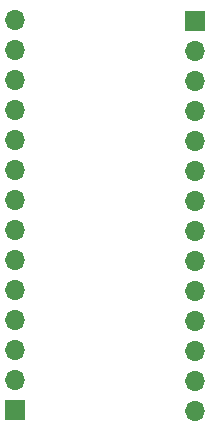
<source format=gbr>
G04 #@! TF.GenerationSoftware,KiCad,Pcbnew,(5.1.2)-2*
G04 #@! TF.CreationDate,2019-11-11T20:09:09+01:00*
G04 #@! TF.ProjectId,MCP25625_Breakoutboard,4d435032-3536-4323-955f-427265616b6f,rev?*
G04 #@! TF.SameCoordinates,Original*
G04 #@! TF.FileFunction,Copper,L2,Bot*
G04 #@! TF.FilePolarity,Positive*
%FSLAX46Y46*%
G04 Gerber Fmt 4.6, Leading zero omitted, Abs format (unit mm)*
G04 Created by KiCad (PCBNEW (5.1.2)-2) date 2019-11-11 20:09:09*
%MOMM*%
%LPD*%
G04 APERTURE LIST*
%ADD10O,1.700000X1.700000*%
%ADD11R,1.700000X1.700000*%
G04 APERTURE END LIST*
D10*
X152913080Y-113520000D03*
X152913080Y-110980000D03*
X152913080Y-108440000D03*
X152913080Y-105900000D03*
X152913080Y-103360000D03*
X152913080Y-100820000D03*
X152913080Y-98280000D03*
X152913080Y-95740000D03*
X152913080Y-93200000D03*
X152913080Y-90660000D03*
X152913080Y-88120000D03*
X152913080Y-85580000D03*
X152913080Y-83040000D03*
D11*
X152913080Y-80500000D03*
D10*
X137673080Y-80480000D03*
X137673080Y-83020000D03*
X137673080Y-85560000D03*
X137673080Y-88100000D03*
X137673080Y-90640000D03*
X137673080Y-93180000D03*
X137673080Y-95720000D03*
X137673080Y-98260000D03*
X137673080Y-100800000D03*
X137673080Y-103340000D03*
X137673080Y-105880000D03*
X137673080Y-108420000D03*
X137673080Y-110960000D03*
D11*
X137673080Y-113500000D03*
M02*

</source>
